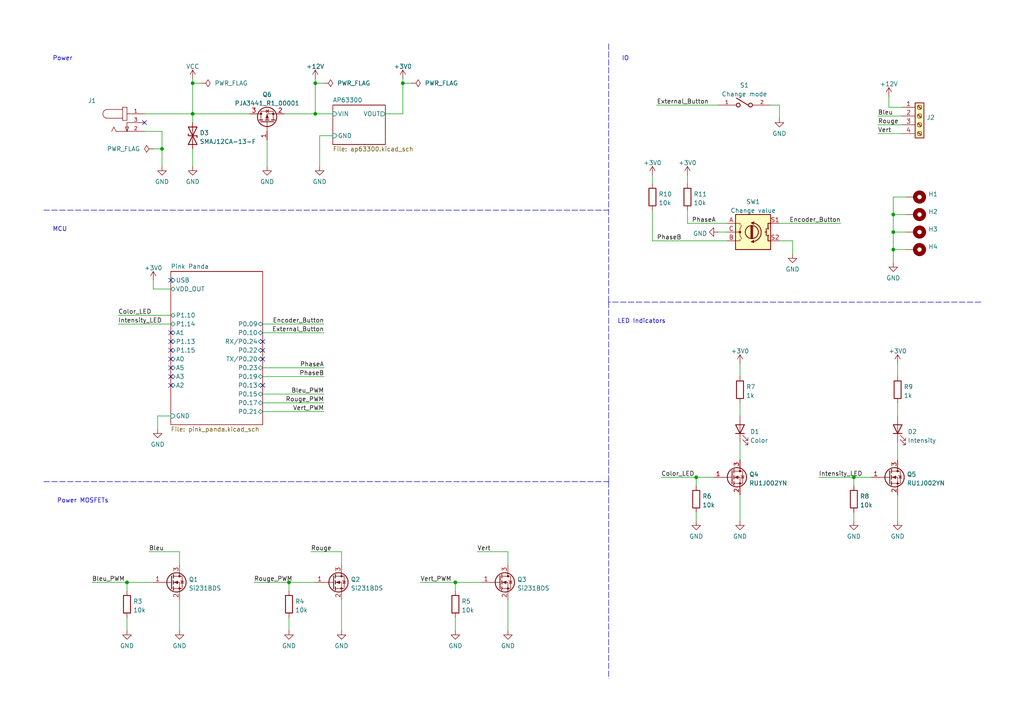
<source format=kicad_sch>
(kicad_sch (version 20211123) (generator eeschema)
  (paper "A4")
  (lib_symbols
    (symbol "B3FS-1010P_1" (pin_names (offset 1.016) hide)
      (property "Reference" "S" (at -2.54 5.08 0))
      (property "Value" "B3FS-1010P_1" (at -5.08 -5.08 0))
      (symbol "B3FS-1010P_1_0_0"
        (circle (center -1.778 0) (radius 0.5588) (stroke (width 0.254)))
        (polyline (pts (xy 1.016 0) (xy -2.286 2.032)) (stroke (width 0.254)))
        (circle (center 1.778 0) (radius 0.5588) (stroke (width 0.254)))
        (pin passive line (at -7.62 0 0) (length 5.08) (name "~") (number "1"))
        (pin passive line (at 7.62 0 180) (length 5.08) (name "~") (number "2"))
      )
    )
    (symbol "Connector:Screw_Terminal_01x04" (pin_names (offset 1.016) hide)
      (property "Reference" "J" (at 0 5.08 0))
      (property "Value" "Screw_Terminal_01x04" (at 0 -7.62 0))
      (symbol "Screw_Terminal_01x04_1_1"
        (rectangle (start -1.27 3.81) (end 1.27 -6.35) (stroke (width 0.254)) (fill (type background)))
        (circle (center 0 -5.08) (radius 0.635) (stroke (width 0.1524)))
        (circle (center 0 -2.54) (radius 0.635) (stroke (width 0.1524)))
        (polyline (pts (xy -0.5334 -4.7498) (xy 0.3302 -5.588)) (stroke (width 0.1524)))
        (polyline (pts (xy -0.5334 -2.2098) (xy 0.3302 -3.048)) (stroke (width 0.1524)))
        (polyline (pts (xy -0.5334 0.3302) (xy 0.3302 -0.508)) (stroke (width 0.1524)))
        (polyline (pts (xy -0.5334 2.8702) (xy 0.3302 2.032)) (stroke (width 0.1524)))
        (polyline (pts (xy -0.3556 -4.572) (xy 0.508 -5.4102)) (stroke (width 0.1524)))
        (polyline (pts (xy -0.3556 -2.032) (xy 0.508 -2.8702)) (stroke (width 0.1524)))
        (polyline (pts (xy -0.3556 0.508) (xy 0.508 -0.3302)) (stroke (width 0.1524)))
        (polyline (pts (xy -0.3556 3.048) (xy 0.508 2.2098)) (stroke (width 0.1524)))
        (circle (center 0 0) (radius 0.635) (stroke (width 0.1524)))
        (circle (center 0 2.54) (radius 0.635) (stroke (width 0.1524)))
        (pin passive line (at -5.08 2.54 0) (length 3.81) (name "Pin_1") (number "1"))
        (pin passive line (at -5.08 0 0) (length 3.81) (name "Pin_2") (number "2"))
        (pin passive line (at -5.08 -2.54 0) (length 3.81) (name "Pin_3") (number "3"))
        (pin passive line (at -5.08 -5.08 0) (length 3.81) (name "Pin_4") (number "4"))
      )
    )
    (symbol "Device:D_TVS" (pin_numbers hide) (pin_names (offset 1.016) hide)
      (property "Reference" "D" (at 0 2.54 0))
      (property "Value" "D_TVS" (at 0 -2.54 0))
      (symbol "D_TVS_0_1"
        (polyline (pts (xy 1.27 0) (xy -1.27 0)))
        (polyline (pts (xy 0.508 1.27) (xy 0 1.27) (xy 0 -1.27) (xy -0.508 -1.27)) (stroke (width 0.254)))
        (polyline (pts (xy -2.54 1.27) (xy -2.54 -1.27) (xy 2.54 1.27) (xy 2.54 -1.27) (xy -2.54 1.27)) (stroke (width 0.254)))
      )
      (symbol "D_TVS_1_1"
        (pin passive line (at -3.81 0 0) (length 2.54) (name "A1") (number "1"))
        (pin passive line (at 3.81 0 180) (length 2.54) (name "A2") (number "2"))
      )
    )
    (symbol "Device:LED" (pin_numbers hide) (pin_names (offset 1.016) hide)
      (property "Reference" "D" (at 0 2.54 0))
      (property "Value" "LED" (at 0 -2.54 0))
      (symbol "LED_0_1"
        (polyline (pts (xy -1.27 -1.27) (xy -1.27 1.27)) (stroke (width 0.254)))
        (polyline (pts (xy -1.27 0) (xy 1.27 0)))
        (polyline (pts (xy 1.27 -1.27) (xy 1.27 1.27) (xy -1.27 0) (xy 1.27 -1.27)) (stroke (width 0.254)))
        (polyline (pts (xy -3.048 -0.762) (xy -4.572 -2.286) (xy -3.81 -2.286) (xy -4.572 -2.286) (xy -4.572 -1.524)))
        (polyline (pts (xy -1.778 -0.762) (xy -3.302 -2.286) (xy -2.54 -2.286) (xy -3.302 -2.286) (xy -3.302 -1.524)))
      )
      (symbol "LED_1_1"
        (pin passive line (at -3.81 0 0) (length 2.54) (name "K") (number "1"))
        (pin passive line (at 3.81 0 180) (length 2.54) (name "A") (number "2"))
      )
    )
    (symbol "Device:Q_NMOS_GSD" (pin_names (offset 0) hide)
      (property "Reference" "Q" (at 5.08 1.27 0))
      (property "Value" "Q_NMOS_GSD" (at 5.08 -1.27 0))
      (symbol "Q_NMOS_GSD_0_1"
        (polyline (pts (xy 0.254 0) (xy -2.54 0)))
        (polyline (pts (xy 0.254 1.905) (xy 0.254 -1.905)) (stroke (width 0.254)))
        (polyline (pts (xy 0.762 -1.27) (xy 0.762 -2.286)) (stroke (width 0.254)))
        (polyline (pts (xy 0.762 0.508) (xy 0.762 -0.508)) (stroke (width 0.254)))
        (polyline (pts (xy 0.762 2.286) (xy 0.762 1.27)) (stroke (width 0.254)))
        (polyline (pts (xy 2.54 2.54) (xy 2.54 1.778)))
        (polyline (pts (xy 2.54 -2.54) (xy 2.54 0) (xy 0.762 0)))
        (polyline (pts (xy 0.762 -1.778) (xy 3.302 -1.778) (xy 3.302 1.778) (xy 0.762 1.778)))
        (polyline (pts (xy 1.016 0) (xy 2.032 0.381) (xy 2.032 -0.381) (xy 1.016 0)) (fill (type outline)))
        (polyline (pts (xy 2.794 0.508) (xy 2.921 0.381) (xy 3.683 0.381) (xy 3.81 0.254)))
        (polyline (pts (xy 3.302 0.381) (xy 2.921 -0.254) (xy 3.683 -0.254) (xy 3.302 0.381)))
        (circle (center 1.651 0) (radius 2.794) (stroke (width 0.254)))
        (circle (center 2.54 -1.778) (radius 0.254) (fill (type outline)))
        (circle (center 2.54 1.778) (radius 0.254) (fill (type outline)))
      )
      (symbol "Q_NMOS_GSD_1_1"
        (pin input line (at -5.08 0 0) (length 2.54) (name "G") (number "1"))
        (pin passive line (at 2.54 -5.08 90) (length 2.54) (name "S") (number "2"))
        (pin passive line (at 2.54 5.08 270) (length 2.54) (name "D") (number "3"))
      )
    )
    (symbol "Device:Q_PMOS_GSD" (pin_names (offset 0) hide)
      (property "Reference" "Q" (at 5.08 1.27 0))
      (property "Value" "Q_PMOS_GSD" (at 5.08 -1.27 0))
      (symbol "Q_PMOS_GSD_0_1"
        (polyline (pts (xy 0.254 0) (xy -2.54 0)))
        (polyline (pts (xy 0.254 1.905) (xy 0.254 -1.905)) (stroke (width 0.254)))
        (polyline (pts (xy 0.762 -1.27) (xy 0.762 -2.286)) (stroke (width 0.254)))
        (polyline (pts (xy 0.762 0.508) (xy 0.762 -0.508)) (stroke (width 0.254)))
        (polyline (pts (xy 0.762 2.286) (xy 0.762 1.27)) (stroke (width 0.254)))
        (polyline (pts (xy 2.54 2.54) (xy 2.54 1.778)))
        (polyline (pts (xy 2.54 -2.54) (xy 2.54 0) (xy 0.762 0)))
        (polyline (pts (xy 0.762 1.778) (xy 3.302 1.778) (xy 3.302 -1.778) (xy 0.762 -1.778)))
        (polyline (pts (xy 2.286 0) (xy 1.27 0.381) (xy 1.27 -0.381) (xy 2.286 0)) (fill (type outline)))
        (polyline (pts (xy 2.794 -0.508) (xy 2.921 -0.381) (xy 3.683 -0.381) (xy 3.81 -0.254)))
        (polyline (pts (xy 3.302 -0.381) (xy 2.921 0.254) (xy 3.683 0.254) (xy 3.302 -0.381)))
        (circle (center 1.651 0) (radius 2.794) (stroke (width 0.254)))
        (circle (center 2.54 -1.778) (radius 0.254) (fill (type outline)))
        (circle (center 2.54 1.778) (radius 0.254) (fill (type outline)))
      )
      (symbol "Q_PMOS_GSD_1_1"
        (pin input line (at -5.08 0 0) (length 2.54) (name "G") (number "1"))
        (pin passive line (at 2.54 -5.08 90) (length 2.54) (name "S") (number "2"))
        (pin passive line (at 2.54 5.08 270) (length 2.54) (name "D") (number "3"))
      )
    )
    (symbol "Device:R" (pin_numbers hide) (pin_names (offset 0))
      (property "Reference" "R" (at 2.032 0 90))
      (property "Value" "R" (at 0 0 90))
      (symbol "R_0_1"
        (rectangle (start -1.016 -2.54) (end 1.016 2.54) (stroke (width 0.254)))
      )
      (symbol "R_1_1"
        (pin passive line (at 0 3.81 270) (length 1.27) (name "~") (number "1"))
        (pin passive line (at 0 -3.81 90) (length 1.27) (name "~") (number "2"))
      )
    )
    (symbol "Device:RotaryEncoder_Switch" (pin_names (offset 0.254) hide)
      (property "Reference" "SW" (at 0 6.604 0))
      (property "Value" "RotaryEncoder_Switch" (at 0 -6.604 0))
      (symbol "RotaryEncoder_Switch_0_1"
        (rectangle (start -5.08 5.08) (end 5.08 -5.08) (stroke (width 0.254)) (fill (type background)))
        (circle (center -3.81 0) (radius 0.254) (fill (type outline)))
        (arc (start -0.381 -2.794) (mid 2.3622 -0.0508) (end -0.381 2.667) (stroke (width 0.254)))
        (circle (center -0.381 0) (radius 1.905) (stroke (width 0.254)))
        (polyline (pts (xy -0.635 -1.778) (xy -0.635 1.778)) (stroke (width 0.254)))
        (polyline (pts (xy -0.381 -1.778) (xy -0.381 1.778)) (stroke (width 0.254)))
        (polyline (pts (xy -0.127 1.778) (xy -0.127 -1.778)) (stroke (width 0.254)))
        (polyline (pts (xy 3.81 0) (xy 3.429 0)) (stroke (width 0.254)))
        (polyline (pts (xy 3.81 1.016) (xy 3.81 -1.016)) (stroke (width 0.254)))
        (polyline (pts (xy -5.08 -2.54) (xy -3.81 -2.54) (xy -3.81 -2.032)))
        (polyline (pts (xy -5.08 2.54) (xy -3.81 2.54) (xy -3.81 2.032)))
        (polyline (pts (xy 0.254 -3.048) (xy -0.508 -2.794) (xy 0.127 -2.413)) (stroke (width 0.254)))
        (polyline (pts (xy 0.254 2.921) (xy -0.508 2.667) (xy 0.127 2.286)) (stroke (width 0.254)))
        (polyline (pts (xy 5.08 -2.54) (xy 4.318 -2.54) (xy 4.318 -1.016)) (stroke (width 0.254)))
        (polyline (pts (xy 5.08 2.54) (xy 4.318 2.54) (xy 4.318 1.016)) (stroke (width 0.254)))
        (polyline (pts (xy -5.08 0) (xy -3.81 0) (xy -3.81 -1.016) (xy -3.302 -2.032)))
        (polyline (pts (xy -4.318 0) (xy -3.81 0) (xy -3.81 1.016) (xy -3.302 2.032)))
        (circle (center 4.318 -1.016) (radius 0.127) (stroke (width 0.254)))
        (circle (center 4.318 1.016) (radius 0.127) (stroke (width 0.254)))
      )
      (symbol "RotaryEncoder_Switch_1_1"
        (pin passive line (at -7.62 2.54 0) (length 2.54) (name "A") (number "A"))
        (pin passive line (at -7.62 -2.54 0) (length 2.54) (name "B") (number "B"))
        (pin passive line (at -7.62 0 0) (length 2.54) (name "C") (number "C"))
        (pin passive line (at 7.62 2.54 180) (length 2.54) (name "S1") (number "S1"))
        (pin passive line (at 7.62 -2.54 180) (length 2.54) (name "S2") (number "S2"))
      )
    )
    (symbol "Mechanical:MountingHole_Pad" (pin_numbers hide) (pin_names (offset 1.016) hide)
      (property "Reference" "H" (at 0 6.35 0))
      (property "Value" "MountingHole_Pad" (at 0 4.445 0))
      (symbol "MountingHole_Pad_0_1"
        (circle (center 0 1.27) (radius 1.27) (stroke (width 1.27)))
      )
      (symbol "MountingHole_Pad_1_1"
        (pin input line (at 0 -2.54 90) (length 2.54) (name "1") (number "1"))
      )
    )
    (symbol "PJ-036AH-SMT-TR:PJ-036AH-SMT-TR" (pin_names (offset 1.016) hide)
      (property "Reference" "J" (at -7.62 5.08 0))
      (property "Value" "PJ-036AH-SMT-TR" (at -7.62 -5.08 0))
      (symbol "PJ-036AH-SMT-TR_0_0"
        (arc (start -5.715 3.81) (mid -6.985 2.54) (end -5.715 1.27) (stroke (width 0.1524)))
        (polyline (pts (xy -5.715 3.81) (xy -1.27 3.81)) (stroke (width 0.1524)))
        (polyline (pts (xy -3.81 -1.27) (xy -4.445 -2.54)) (stroke (width 0.1524)))
        (polyline (pts (xy -3.175 -2.54) (xy -3.81 -1.27)) (stroke (width 0.1524)))
        (polyline (pts (xy -1.27 0.635) (xy 0 0.635)) (stroke (width 0.1524)))
        (polyline (pts (xy -1.27 1.27) (xy -5.715 1.27)) (stroke (width 0.1524)))
        (polyline (pts (xy -1.27 1.27) (xy -1.27 0.635)) (stroke (width 0.1524)))
        (polyline (pts (xy -1.27 3.81) (xy -1.27 1.27)) (stroke (width 0.1524)))
        (polyline (pts (xy -1.27 4.445) (xy -1.27 3.81)) (stroke (width 0.1524)))
        (polyline (pts (xy 0 -2.54) (xy -3.175 -2.54)) (stroke (width 0.1524)))
        (polyline (pts (xy 0 0) (xy 0 -2.54)) (stroke (width 0.1524)))
        (polyline (pts (xy 0 0.635) (xy 0 4.445)) (stroke (width 0.1524)))
        (polyline (pts (xy 0 4.445) (xy -1.27 4.445)) (stroke (width 0.1524)))
        (polyline (pts (xy 0 -2.54) (xy -0.508 -1.27) (xy 0.508 -1.27) (xy 0 -2.54)) (stroke (width 0.1524)) (fill (type background)))
        (pin passive line (at 5.08 2.54 180) (length 5.08) (name "~") (number "1"))
        (pin passive line (at 5.08 -2.54 180) (length 5.08) (name "~") (number "2"))
        (pin passive line (at 5.08 0 180) (length 5.08) (name "~") (number "3"))
      )
    )
    (symbol "power:+12V" (power) (pin_names (offset 0))
      (property "Value" "+12V" (at 0 3.556 0))
      (symbol "+12V_0_1"
        (polyline (pts (xy -0.762 1.27) (xy 0 2.54)))
        (polyline (pts (xy 0 0) (xy 0 2.54)))
        (polyline (pts (xy 0 2.54) (xy 0.762 1.27)))
      )
      (symbol "+12V_1_1"
        (pin power_in line (at 0 0 90) (length 0) hide (name "+12V") (number "1"))
      )
    )
    (symbol "power:+3V0" (power) (pin_names (offset 0))
      (property "Value" "+3V0" (at 0 3.556 0))
      (symbol "+3V0_0_1"
        (polyline (pts (xy -0.762 1.27) (xy 0 2.54)))
        (polyline (pts (xy 0 0) (xy 0 2.54)))
        (polyline (pts (xy 0 2.54) (xy 0.762 1.27)))
      )
      (symbol "+3V0_1_1"
        (pin power_in line (at 0 0 90) (length 0) hide (name "+3V0") (number "1"))
      )
    )
    (symbol "power:GND" (power) (pin_names (offset 0))
      (property "Value" "GND" (at 0 -3.81 0))
      (symbol "GND_0_1"
        (polyline (pts (xy 0 0) (xy 0 -1.27) (xy 1.27 -1.27) (xy 0 -2.54) (xy -1.27 -1.27) (xy 0 -1.27)))
      )
      (symbol "GND_1_1"
        (pin power_in line (at 0 0 270) (length 0) hide (name "GND") (number "1"))
      )
    )
    (symbol "power:PWR_FLAG" (power) (pin_numbers hide) (pin_names (offset 0) hide)
      (property "Value" "PWR_FLAG" (at 0 3.81 0))
      (symbol "PWR_FLAG_0_0"
        (pin power_out line (at 0 0 90) (length 0) (name "pwr") (number "1"))
      )
      (symbol "PWR_FLAG_0_1"
        (polyline (pts (xy 0 0) (xy 0 1.27) (xy -1.016 1.905) (xy 0 2.54) (xy 1.016 1.905) (xy 0 1.27)))
      )
    )
    (symbol "power:VCC" (power) (pin_names (offset 0))
      (property "Value" "VCC" (at 0 3.81 0))
      (symbol "VCC_0_1"
        (polyline (pts (xy -0.762 1.27) (xy 0 2.54)))
        (polyline (pts (xy 0 0) (xy 0 2.54)))
        (polyline (pts (xy 0 2.54) (xy 0.762 1.27)))
      )
      (symbol "VCC_1_1"
        (pin power_in line (at 0 0 90) (length 0) hide (name "VCC") (number "1"))
      )
    )
  )
  (junction (at 132.08 168.91))
  (junction (at 83.82 168.91))
  (junction (at 201.93 138.43))
  (junction (at 91.44 33.02))
  (junction (at 55.88 33.02))
  (junction (at 36.83 168.91))
  (junction (at 259.08 67.31))
  (junction (at 91.44 24.13))
  (junction (at 116.84 24.13))
  (junction (at 259.08 72.39))
  (junction (at 259.08 62.23))
  (junction (at 247.65 138.43))
  (junction (at 46.99 43.18))
  (junction (at 55.88 24.13))
  (no_connect (at 49.53 99.06))
  (no_connect (at 49.53 96.52))
  (no_connect (at 49.53 109.22))
  (no_connect (at 76.2 111.76))
  (no_connect (at 49.53 104.14))
  (no_connect (at 41.91 35.56))
  (no_connect (at 49.53 101.6))
  (no_connect (at 49.53 106.68))
  (no_connect (at 76.2 101.6))
  (no_connect (at 76.2 99.06))
  (no_connect (at 49.53 111.76))
  (no_connect (at 49.53 81.28))
  (no_connect (at 76.2 104.14))
  (wire (pts (xy 73.66 168.91) (xy 83.82 168.91)))
  (wire (pts (xy 91.44 24.13) (xy 93.98 24.13)))
  (wire (pts (xy 76.2 109.22) (xy 93.98 109.22)))
  (wire (pts (xy 76.2 96.52) (xy 93.98 96.52)))
  (wire (pts (xy 116.84 24.13) (xy 116.84 33.02)))
  (wire (pts (xy 208.28 67.31) (xy 210.82 67.31)))
  (wire (pts (xy 259.08 57.15) (xy 259.08 62.23)))
  (wire (pts (xy 55.88 24.13) (xy 55.88 33.02)))
  (wire (pts (xy 247.65 140.97) (xy 247.65 138.43)))
  (wire (pts (xy 34.29 91.44) (xy 49.53 91.44)))
  (wire (pts (xy 76.2 114.3) (xy 93.98 114.3)))
  (wire (pts (xy 147.32 173.99) (xy 147.32 182.88)))
  (wire (pts (xy 34.29 93.98) (xy 49.53 93.98)))
  (wire (pts (xy 90.17 160.02) (xy 99.06 160.02)))
  (wire (pts (xy 46.99 38.1) (xy 46.99 43.18)))
  (wire (pts (xy 259.08 67.31) (xy 259.08 72.39)))
  (wire (pts (xy 55.88 22.86) (xy 55.88 24.13)))
  (polyline (pts (xy 12.7 60.96) (xy 176.53 60.96)))
  (wire (pts (xy 41.91 33.02) (xy 55.88 33.02)))
  (wire (pts (xy 262.89 67.31) (xy 259.08 67.31)))
  (wire (pts (xy 83.82 168.91) (xy 91.44 168.91)))
  (wire (pts (xy 132.08 168.91) (xy 139.7 168.91)))
  (polyline (pts (xy 176.53 12.7) (xy 176.53 87.63)))
  (wire (pts (xy 76.2 116.84) (xy 93.98 116.84)))
  (wire (pts (xy 83.82 168.91) (xy 83.82 171.45)))
  (wire (pts (xy 36.83 168.91) (xy 44.45 168.91)))
  (wire (pts (xy 36.83 179.07) (xy 36.83 182.88)))
  (wire (pts (xy 201.93 140.97) (xy 201.93 138.43)))
  (wire (pts (xy 45.72 124.46) (xy 45.72 120.65)))
  (polyline (pts (xy 176.53 139.7) (xy 176.53 196.85)))
  (polyline (pts (xy 176.53 87.63) (xy 176.53 139.7)))
  (wire (pts (xy 55.88 43.18) (xy 55.88 48.26)))
  (wire (pts (xy 247.65 138.43) (xy 252.73 138.43)))
  (wire (pts (xy 121.92 168.91) (xy 132.08 168.91)))
  (wire (pts (xy 223.52 30.48) (xy 226.06 30.48)))
  (wire (pts (xy 199.39 50.8) (xy 199.39 53.34)))
  (wire (pts (xy 254.635 38.735) (xy 261.62 38.735)))
  (wire (pts (xy 199.39 64.77) (xy 210.82 64.77)))
  (wire (pts (xy 52.07 160.02) (xy 52.07 163.83)))
  (wire (pts (xy 257.81 27.94) (xy 257.81 31.115)))
  (wire (pts (xy 260.35 116.84) (xy 260.35 120.65)))
  (wire (pts (xy 214.63 143.51) (xy 214.63 151.13)))
  (wire (pts (xy 45.72 120.65) (xy 49.53 120.65)))
  (wire (pts (xy 44.45 43.18) (xy 46.99 43.18)))
  (wire (pts (xy 189.23 60.96) (xy 189.23 69.85)))
  (wire (pts (xy 247.65 148.59) (xy 247.65 151.13)))
  (wire (pts (xy 260.35 128.27) (xy 260.35 133.35)))
  (wire (pts (xy 132.08 168.91) (xy 132.08 171.45)))
  (wire (pts (xy 214.63 133.35) (xy 214.63 128.27)))
  (wire (pts (xy 262.89 57.15) (xy 259.08 57.15)))
  (wire (pts (xy 260.35 105.41) (xy 260.35 109.22)))
  (wire (pts (xy 254.635 36.195) (xy 261.62 36.195)))
  (wire (pts (xy 91.44 22.86) (xy 91.44 24.13)))
  (wire (pts (xy 55.88 24.13) (xy 58.42 24.13)))
  (wire (pts (xy 99.06 160.02) (xy 99.06 163.83)))
  (wire (pts (xy 55.88 33.02) (xy 72.39 33.02)))
  (wire (pts (xy 76.2 93.98) (xy 93.98 93.98)))
  (wire (pts (xy 44.45 83.82) (xy 49.53 83.82)))
  (wire (pts (xy 260.35 143.51) (xy 260.35 151.13)))
  (wire (pts (xy 189.23 50.8) (xy 189.23 53.34)))
  (wire (pts (xy 26.67 168.91) (xy 36.83 168.91)))
  (wire (pts (xy 132.08 179.07) (xy 132.08 182.88)))
  (wire (pts (xy 226.06 64.77) (xy 243.84 64.77)))
  (polyline (pts (xy 12.7 139.7) (xy 176.53 139.7)))
  (wire (pts (xy 226.06 69.85) (xy 229.87 69.85)))
  (wire (pts (xy 99.06 173.99) (xy 99.06 182.88)))
  (wire (pts (xy 116.84 24.13) (xy 119.38 24.13)))
  (wire (pts (xy 226.06 30.48) (xy 226.06 34.29)))
  (polyline (pts (xy 284.48 87.63) (xy 176.53 87.63)))
  (wire (pts (xy 237.49 138.43) (xy 247.65 138.43)))
  (wire (pts (xy 138.43 160.02) (xy 147.32 160.02)))
  (wire (pts (xy 46.99 43.18) (xy 46.99 48.26)))
  (wire (pts (xy 191.77 138.43) (xy 201.93 138.43)))
  (wire (pts (xy 116.84 22.86) (xy 116.84 24.13)))
  (wire (pts (xy 189.23 69.85) (xy 210.82 69.85)))
  (wire (pts (xy 55.88 33.02) (xy 55.88 35.56)))
  (wire (pts (xy 147.32 160.02) (xy 147.32 163.83)))
  (wire (pts (xy 214.63 105.41) (xy 214.63 109.22)))
  (wire (pts (xy 259.08 72.39) (xy 259.08 76.2)))
  (wire (pts (xy 259.08 62.23) (xy 259.08 67.31)))
  (wire (pts (xy 229.87 69.85) (xy 229.87 73.66)))
  (wire (pts (xy 83.82 179.07) (xy 83.82 182.88)))
  (wire (pts (xy 262.89 62.23) (xy 259.08 62.23)))
  (wire (pts (xy 96.52 39.37) (xy 92.71 39.37)))
  (wire (pts (xy 77.47 40.64) (xy 77.47 48.26)))
  (wire (pts (xy 91.44 33.02) (xy 96.52 33.02)))
  (wire (pts (xy 199.39 60.96) (xy 199.39 64.77)))
  (wire (pts (xy 257.81 31.115) (xy 261.62 31.115)))
  (wire (pts (xy 76.2 119.38) (xy 93.98 119.38)))
  (wire (pts (xy 262.89 72.39) (xy 259.08 72.39)))
  (wire (pts (xy 111.76 33.02) (xy 116.84 33.02)))
  (wire (pts (xy 52.07 173.99) (xy 52.07 182.88)))
  (wire (pts (xy 214.63 116.84) (xy 214.63 120.65)))
  (wire (pts (xy 201.93 138.43) (xy 207.01 138.43)))
  (wire (pts (xy 43.18 160.02) (xy 52.07 160.02)))
  (wire (pts (xy 41.91 38.1) (xy 46.99 38.1)))
  (wire (pts (xy 76.2 106.68) (xy 93.98 106.68)))
  (wire (pts (xy 92.71 39.37) (xy 92.71 48.26)))
  (wire (pts (xy 44.45 81.28) (xy 44.45 83.82)))
  (wire (pts (xy 208.28 30.48) (xy 190.5 30.48)))
  (wire (pts (xy 36.83 168.91) (xy 36.83 171.45)))
  (wire (pts (xy 82.55 33.02) (xy 91.44 33.02)))
  (wire (pts (xy 254.635 33.655) (xy 261.62 33.655)))
  (wire (pts (xy 201.93 148.59) (xy 201.93 151.13)))
  (wire (pts (xy 91.44 24.13) (xy 91.44 33.02)))
  (text "Power" (at 15.24 17.78 0) (effects (font (size 1.27 1.27)) (justify left bottom)))
  (text "Power MOSFETs" (at 16.51 146.05 0) (effects (font (size 1.27 1.27)) (justify left bottom)))
  (text "MCU" (at 15.24 67.31 0) (effects (font (size 1.27 1.27)) (justify left bottom)))
  (text "LED Indicators" (at 179.07 93.98 0) (effects (font (size 1.27 1.27)) (justify left bottom)))
  (text "IO" (at 180.34 17.78 0) (effects (font (size 1.27 1.27)) (justify left bottom)))
  (label "Intensity_LED" (at 34.29 93.98 0))
  (label "Rouge_PWM" (at 73.66 168.91 0))
  (label "Bleu" (at 254.635 33.655 0))
  (label "Color_LED" (at 34.29 91.44 0))
  (label "Vert" (at 254.635 38.735 0))
  (label "Rouge_PWM" (at 93.98 116.84 180))
  (label "Color_LED" (at 191.77 138.43 0))
  (label "Bleu_PWM" (at 93.98 114.3 180))
  (label "Encoder_Button" (at 243.84 64.77 180))
  (label "Encoder_Button" (at 93.98 93.98 180))
  (label "Rouge" (at 90.17 160.02 0))
  (label "Vert" (at 138.43 160.02 0))
  (label "Bleu" (at 43.18 160.02 0))
  (label "External_Button" (at 93.98 96.52 180))
  (label "Vert_PWM" (at 121.92 168.91 0))
  (label "Rouge" (at 254.635 36.195 0))
  (label "External_Button" (at 190.5 30.48 0))
  (label "PhaseA" (at 93.98 106.68 180))
  (label "PhaseA" (at 200.66 64.77 0))
  (label "Vert_PWM" (at 93.98 119.38 180))
  (label "Bleu_PWM" (at 26.67 168.91 0))
  (label "PhaseB" (at 93.98 109.22 180))
  (label "PhaseB" (at 190.5 69.85 0))
  (label "Intensity_LED" (at 237.49 138.43 0))
  (symbol (lib_id "Device:Q_NMOS_GSD") (at 257.81 138.43 0) (unit 1)
    (property "Reference" "Q5" (at 263.017 137.5953 0) (effects (justify left)))
    (property "Value" "RU1J002YN" (at 263.017 140.1322 0) (effects (justify left)))
    (property "Footprint" "Package_TO_SOT_SMD:SOT-323_SC-70" (effects hide))
  )
  (symbol (lib_id "Device:RotaryEncoder_Switch") (at 218.44 67.31 0) (unit 1)
    (property "Reference" "SW1" (at 218.44 58.5302 0))
    (property "Value" "Change value" (at 218.44 61.0671 0))
    (property "Footprint" "PEC11S-9213K-S0015:PEC11S-9213K-S0015" (effects hide))
  )
  (symbol (lib_id "power:GND") (at 99.06 182.88 0) (unit 1)
    (property "Reference" "#PWR0116" (effects hide))
    (property "Value" "GND" (at 99.06 187.3234 0))
  )
  (symbol (lib_id "Device:D_TVS") (at 55.88 39.37 90) (unit 1)
    (property "Reference" "D3" (at 57.912 38.5353 90) (effects (justify right)))
    (property "Value" "SMAJ12CA-13-F" (at 57.912 41.0722 90) (effects (justify right)))
    (property "Footprint" "Diode_SMD:D_SMA" (effects hide))
  )
  (symbol (lib_id "power:+3V0") (at 260.35 105.41 0) (unit 1)
    (property "Reference" "#PWR0125" (effects hide))
    (property "Value" "+3V0" (at 260.35 101.8342 0))
  )
  (symbol (lib_id "Device:Q_NMOS_GSD") (at 49.53 168.91 0) (unit 1)
    (property "Reference" "Q1" (at 54.737 168.0753 0) (effects (justify left)))
    (property "Value" "Si231BDS" (at 54.737 170.6122 0) (effects (justify left)))
    (property "Footprint" "Package_TO_SOT_SMD:SOT-23" (effects hide))
  )
  (symbol (lib_id "power:GND") (at 45.72 124.46 0) (unit 1)
    (property "Reference" "#PWR0126" (effects hide))
    (property "Value" "GND" (at 45.72 128.9034 0))
  )
  (symbol (lib_id "power:GND") (at 36.83 182.88 0) (unit 1)
    (property "Reference" "#PWR0118" (effects hide))
    (property "Value" "GND" (at 36.83 187.3234 0))
  )
  (symbol (lib_id "PJ-036AH-SMT-TR:PJ-036AH-SMT-TR") (at 36.83 35.56 0) (unit 1)
    (property "Reference" "J1" (at 26.67 29.21 0))
    (property "Value" "PJ-036AH-SMT-TR" (effects hide))
    (property "Footprint" "PJ-036AH-SMT-TR:CUI_PJ-036AH-SMT-TR" (effects hide))
    (property "MAXIMUM_PACKAGE_HEIGHT" "11.17mm" (effects hide))
    (property "MP" "PJ-036AH-SMT-TR" (effects hide))
    (property "DIGI-KEY_PART_NUMBER" "CP-036AHPJCT-ND" (effects hide))
    (property "MF" "CUI Inc." (effects hide))
    (property "PACKAGE" "None" (effects hide))
    (property "DESCRIPTION" "2.0 x 6.3 mm, 5.0 A, Horizontal, Surface Mount _SMT_, Dc Power Jack Connector" (effects hide))
    (property "DIGI-KEY_PURCHASE_URL" "https://www.digikey.in/product-detail/en/cui-inc/PJ-036AH-SMT-TR/CP-036AHPJCT-ND/1530994?utm_source=snapeda&utm_medium=aggregator&utm_campaign=symbol" (effects hide))
    (property "CUI_PURCHASE_URL" "https://www.cui.com/product/interconnect/connectors/dc-power-connectors/jacks/pj-036ah-smt-tr?utm_source=snapeda.com&utm_medium=referral&utm_campaign=snapedaBOM" (effects hide))
  )
  (symbol (lib_id "power:GND") (at 55.88 48.26 0) (unit 1)
    (property "Reference" "#PWR01" (effects hide))
    (property "Value" "GND" (at 55.88 52.7034 0))
  )
  (symbol (lib_id "Device:Q_PMOS_GSD") (at 77.47 35.56 90) (unit 1)
    (property "Reference" "Q6" (at 77.47 27.4152 90))
    (property "Value" "PJA3441_R1_00001" (at 77.47 29.9521 90))
    (property "Footprint" "Package_TO_SOT_SMD:SOT-23" (effects hide))
  )
  (symbol (lib_id "power:GND") (at 260.35 151.13 0) (unit 1)
    (property "Reference" "#PWR0110" (effects hide))
    (property "Value" "GND" (at 260.35 155.5734 0))
  )
  (symbol (lib_id "power:GND") (at 46.99 48.26 0) (unit 1)
    (property "Reference" "#PWR0106" (effects hide))
    (property "Value" "GND" (at 46.99 52.7034 0))
  )
  (symbol (lib_id "power:GND") (at 201.93 151.13 0) (unit 1)
    (property "Reference" "#PWR0108" (effects hide))
    (property "Value" "GND" (at 201.93 155.5734 0))
  )
  (symbol (lib_id "Device:R") (at 201.93 144.78 0) (unit 1)
    (property "Reference" "R6" (at 203.708 143.9453 0) (effects (justify left)))
    (property "Value" "10k" (at 203.708 146.4822 0) (effects (justify left)))
    (property "Footprint" "Resistor_SMD:R_0603_1608Metric" (effects hide))
  )
  (symbol (lib_id "power:GND") (at 229.87 73.66 0) (unit 1)
    (property "Reference" "#PWR0123" (effects hide))
    (property "Value" "GND" (at 229.87 78.1034 0))
  )
  (symbol (lib_id "Device:R") (at 199.39 57.15 0) (unit 1)
    (property "Reference" "R11" (at 201.168 56.3153 0) (effects (justify left)))
    (property "Value" "10k" (at 201.168 58.8522 0) (effects (justify left)))
    (property "Footprint" "Resistor_SMD:R_0603_1608Metric" (effects hide))
  )
  (symbol (lib_id "Device:R") (at 132.08 175.26 0) (unit 1)
    (property "Reference" "R5" (at 133.858 174.4253 0) (effects (justify left)))
    (property "Value" "10k" (at 133.858 176.9622 0) (effects (justify left)))
    (property "Footprint" "Resistor_SMD:R_0603_1608Metric" (effects hide))
  )
  (symbol (lib_id "power:PWR_FLAG") (at 93.98 24.13 270) (mirror x) (unit 1)
    (property "Reference" "#FLG0102" (effects hide))
    (property "Value" "PWR_FLAG" (at 97.79 24.13 90) (effects (justify left)))
  )
  (symbol (lib_id "power:PWR_FLAG") (at 58.42 24.13 270) (mirror x) (unit 1)
    (property "Reference" "#FLG0104" (effects hide))
    (property "Value" "PWR_FLAG" (at 62.23 24.13 90) (effects (justify left)))
  )
  (symbol (lib_id "power:GND") (at 77.47 48.26 0) (unit 1)
    (property "Reference" "#PWR02" (effects hide))
    (property "Value" "GND" (at 77.47 52.7034 0))
  )
  (symbol (lib_id "power:PWR_FLAG") (at 119.38 24.13 270) (unit 1)
    (property "Reference" "#FLG0103" (effects hide))
    (property "Value" "PWR_FLAG" (at 123.19 24.13 90) (effects (justify left)))
  )
  (symbol (lib_id "power:GND") (at 83.82 182.88 0) (unit 1)
    (property "Reference" "#PWR0115" (effects hide))
    (property "Value" "GND" (at 83.82 187.3234 0))
  )
  (symbol (lib_id "power:+3V0") (at 189.23 50.8 0) (unit 1)
    (property "Reference" "#PWR0104" (effects hide))
    (property "Value" "+3V0" (at 189.23 47.2242 0))
  )
  (symbol (lib_id "Device:R") (at 83.82 175.26 0) (unit 1)
    (property "Reference" "R4" (at 85.598 174.4253 0) (effects (justify left)))
    (property "Value" "10k" (at 85.598 176.9622 0) (effects (justify left)))
    (property "Footprint" "Resistor_SMD:R_0603_1608Metric" (effects hide))
  )
  (symbol (lib_id "Mechanical:MountingHole_Pad") (at 265.43 62.23 270) (unit 1)
    (property "Reference" "H2" (at 269.24 61.3953 90) (effects (justify left)))
    (property "Value" "MountingHole_Pad" (effects hide))
    (property "Footprint" "MountingHole:MountingHole_2.7mm_M2.5_ISO7380_Pad" (effects hide))
  )
  (symbol (lib_id "power:+12V") (at 91.44 22.86 0) (unit 1)
    (property "Reference" "#PWR0107" (effects hide))
    (property "Value" "+12V" (at 91.44 19.2842 0))
  )
  (symbol (lib_id "power:+3V0") (at 199.39 50.8 0) (unit 1)
    (property "Reference" "#PWR0105" (effects hide))
    (property "Value" "+3V0" (at 199.39 47.2242 0))
  )
  (symbol (lib_id "power:+3V0") (at 116.84 22.86 0) (unit 1)
    (property "Reference" "#PWR0111" (effects hide))
    (property "Value" "+3V0" (at 116.84 19.2842 0))
  )
  (symbol (lib_id "power:GND") (at 132.08 182.88 0) (unit 1)
    (property "Reference" "#PWR0119" (effects hide))
    (property "Value" "GND" (at 132.08 187.3234 0))
  )
  (symbol (lib_id "power:VCC") (at 55.88 22.86 0) (unit 1)
    (property "Reference" "#PWR0102" (effects hide))
    (property "Value" "VCC" (at 55.88 19.2842 0))
  )
  (symbol (lib_id "power:GND") (at 208.28 67.31 270) (unit 1)
    (property "Reference" "#PWR0113" (effects hide))
    (property "Value" "GND" (at 205.1051 67.7438 90) (effects (justify right)))
  )
  (symbol (lib_id "power:GND") (at 259.08 76.2 0) (unit 1)
    (property "Reference" "#PWR0121" (effects hide))
    (property "Value" "GND" (at 259.08 80.6434 0))
  )
  (symbol (lib_id "Device:R") (at 247.65 144.78 0) (unit 1)
    (property "Reference" "R8" (at 249.428 143.9453 0) (effects (justify left)))
    (property "Value" "10k" (at 249.428 146.4822 0) (effects (justify left)))
    (property "Footprint" "Resistor_SMD:R_0603_1608Metric" (effects hide))
  )
  (symbol (lib_id "Device:LED") (at 260.35 124.46 90) (unit 1)
    (property "Reference" "D2" (at 263.271 125.2128 90) (effects (justify right)))
    (property "Value" "Intensity" (at 263.271 127.7497 90) (effects (justify right)))
    (property "Footprint" "LED_SMD:LED_0603_1608Metric" (effects hide))
  )
  (symbol (lib_id "Device:Q_NMOS_GSD") (at 96.52 168.91 0) (unit 1)
    (property "Reference" "Q2" (at 101.727 168.0753 0) (effects (justify left)))
    (property "Value" "Si231BDS" (at 101.727 170.6122 0) (effects (justify left)))
    (property "Footprint" "Package_TO_SOT_SMD:SOT-23" (effects hide))
  )
  (symbol (lib_id "power:GND") (at 247.65 151.13 0) (unit 1)
    (property "Reference" "#PWR0112" (effects hide))
    (property "Value" "GND" (at 247.65 155.5734 0))
  )
  (symbol (lib_id "Device:R") (at 189.23 57.15 0) (unit 1)
    (property "Reference" "R10" (at 191.008 56.3153 0) (effects (justify left)))
    (property "Value" "10k" (at 191.008 58.8522 0) (effects (justify left)))
    (property "Footprint" "Resistor_SMD:R_0603_1608Metric" (effects hide))
  )
  (symbol (lib_id "Mechanical:MountingHole_Pad") (at 265.43 57.15 270) (unit 1)
    (property "Reference" "H1" (at 269.24 56.3153 90) (effects (justify left)))
    (property "Value" "MountingHole_Pad" (effects hide))
    (property "Footprint" "MountingHole:MountingHole_2.7mm_M2.5_ISO7380_Pad" (effects hide))
  )
  (symbol (lib_id "Mechanical:MountingHole_Pad") (at 265.43 72.39 270) (unit 1)
    (property "Reference" "H4" (at 269.24 71.5553 90) (effects (justify left)))
    (property "Value" "MountingHole_Pad" (effects hide))
    (property "Footprint" "MountingHole:MountingHole_2.7mm_M2.5_ISO7380_Pad" (effects hide))
  )
  (symbol (lib_id "power:+3V0") (at 214.63 105.41 0) (unit 1)
    (property "Reference" "#PWR0124" (effects hide))
    (property "Value" "+3V0" (at 214.63 101.8342 0))
  )
  (symbol (lib_id "Device:R") (at 36.83 175.26 0) (unit 1)
    (property "Reference" "R3" (at 38.608 174.4253 0) (effects (justify left)))
    (property "Value" "10k" (at 38.608 176.9622 0) (effects (justify left)))
    (property "Footprint" "Resistor_SMD:R_0603_1608Metric" (effects hide))
  )
  (symbol (lib_id "Device:Q_NMOS_GSD") (at 212.09 138.43 0) (unit 1)
    (property "Reference" "Q4" (at 217.297 137.5953 0) (effects (justify left)))
    (property "Value" "RU1J002YN" (at 217.297 140.1322 0) (effects (justify left)))
    (property "Footprint" "Package_TO_SOT_SMD:SOT-323_SC-70" (effects hide))
  )
  (symbol (lib_name "B3FS-1010P_1") (lib_id "B3FS-1010P:B3FS-1010P") (at 215.9 30.48 0) (unit 1)
    (property "Reference" "S1" (at 215.9 24.7482 0))
    (property "Value" "Change mode" (at 215.9 27.2851 0))
    (property "Footprint" "B3FS-1010:SW_B3FS-1010P" (effects hide))
    (property "MAXIMUM_PACKAGE_HEIGHT" "4.3mm" (effects hide))
    (property "STANDARD" "Manufacturer Recommendations" (effects hide))
    (property "MANUFACTURER" "Omron" (effects hide))
  )
  (symbol (lib_id "power:GND") (at 214.63 151.13 0) (unit 1)
    (property "Reference" "#PWR0109" (effects hide))
    (property "Value" "GND" (at 214.63 155.5734 0))
  )
  (symbol (lib_id "power:+3V0") (at 44.45 81.28 0) (unit 1)
    (property "Reference" "#PWR0103" (effects hide))
    (property "Value" "+3V0" (at 44.45 77.7042 0))
  )
  (symbol (lib_id "Device:Q_NMOS_GSD") (at 144.78 168.91 0) (unit 1)
    (property "Reference" "Q3" (at 149.987 168.0753 0) (effects (justify left)))
    (property "Value" "Si231BDS" (at 149.987 170.6122 0) (effects (justify left)))
    (property "Footprint" "Package_TO_SOT_SMD:SOT-23" (effects hide))
  )
  (symbol (lib_id "power:GND") (at 226.06 34.29 0) (unit 1)
    (property "Reference" "#PWR0122" (effects hide))
    (property "Value" "GND" (at 226.06 38.7334 0))
  )
  (symbol (lib_id "Mechanical:MountingHole_Pad") (at 265.43 67.31 270) (unit 1)
    (property "Reference" "H3" (at 269.24 66.4753 90) (effects (justify left)))
    (property "Value" "MountingHole_Pad" (effects hide))
    (property "Footprint" "MountingHole:MountingHole_2.7mm_M2.5_ISO7380_Pad" (effects hide))
  )
  (symbol (lib_id "Connector:Screw_Terminal_01x04") (at 266.7 33.655 0) (unit 1)
    (property "Reference" "J2" (at 268.732 34.0903 0) (effects (justify left)))
    (property "Value" "Screw_Terminal_01x04" (effects hide))
    (property "Footprint" "TZ042101B000G:TZ042101B000G" (effects hide))
  )
  (symbol (lib_id "power:GND") (at 52.07 182.88 0) (unit 1)
    (property "Reference" "#PWR0117" (effects hide))
    (property "Value" "GND" (at 52.07 187.3234 0))
  )
  (symbol (lib_id "power:GND") (at 92.71 48.26 0) (unit 1)
    (property "Reference" "#PWR0101" (effects hide))
    (property "Value" "GND" (at 92.71 52.7034 0))
  )
  (symbol (lib_id "Device:LED") (at 214.63 124.46 90) (unit 1)
    (property "Reference" "D1" (at 217.551 125.2128 90) (effects (justify right)))
    (property "Value" "Color" (at 217.551 127.7497 90) (effects (justify right)))
    (property "Footprint" "LED_SMD:LED_0603_1608Metric" (effects hide))
  )
  (symbol (lib_id "Device:R") (at 214.63 113.03 0) (unit 1)
    (property "Reference" "R7" (at 216.408 112.1953 0) (effects (justify left)))
    (property "Value" "1k" (at 216.408 114.7322 0) (effects (justify left)))
    (property "Footprint" "Resistor_SMD:R_0603_1608Metric" (effects hide))
  )
  (symbol (lib_id "power:PWR_FLAG") (at 44.45 43.18 90) (unit 1)
    (property "Reference" "#FLG0101" (effects hide))
    (property "Value" "PWR_FLAG" (at 40.64 43.18 90) (effects (justify left)))
  )
  (symbol (lib_id "Device:R") (at 260.35 113.03 0) (unit 1)
    (property "Reference" "R9" (at 262.128 112.1953 0) (effects (justify left)))
    (property "Value" "1k" (at 262.128 114.7322 0) (effects (justify left)))
    (property "Footprint" "Resistor_SMD:R_0603_1608Metric" (effects hide))
  )
  (symbol (lib_id "power:GND") (at 147.32 182.88 0) (unit 1)
    (property "Reference" "#PWR0120" (effects hide))
    (property "Value" "GND" (at 147.32 187.3234 0))
  )
  (symbol (lib_id "power:+12V") (at 257.81 27.94 0) (unit 1)
    (property "Reference" "#PWR0114" (effects hide))
    (property "Value" "+12V" (at 257.81 24.3642 0))
  )
  (sheet (at 96.52 30.48) (size 15.24 11.43) (stroke (width 0.1524))
    (property "Sheet name" "AP63300" (at 96.52 29.7684 0) (effects (justify left bottom)))
    (property "Sheet file" "ap63300.kicad_sch" (at 96.52 42.4946 0) (effects (justify left top)))
    (pin "VIN" input (at 96.52 33.02 180))
    (pin "GND" input (at 96.52 39.37 180))
    (pin "VOUT" output (at 111.76 33.02 0))
  )
  (sheet (at 49.53 78.74) (size 26.67 44.45) (stroke (width 0.1524))
    (property "Sheet name" "Pink Panda" (at 49.53 78.0284 0) (effects (justify left bottom)))
    (property "Sheet file" "pink_panda.kicad_sch" (at 49.53 123.7746 0) (effects (justify left top)))
    (pin "P0.09" bidirectional (at 76.2 93.98 0))
    (pin "P0.10" bidirectional (at 76.2 96.52 0))
    (pin "P0.22" bidirectional (at 76.2 101.6 0))
    (pin "P0.23" bidirectional (at 76.2 106.68 0))
    (pin "P0.19" bidirectional (at 76.2 109.22 0))
    (pin "TX{slash}P0.20" bidirectional (at 76.2 104.14 0))
    (pin "RX{slash}P0.24" bidirectional (at 76.2 99.06 0))
    (pin "P0.15" bidirectional (at 76.2 114.3 0))
    (pin "P0.13" bidirectional (at 76.2 111.76 0))
    (pin "GND" input (at 49.53 120.65 180))
    (pin "P0.17" bidirectional (at 76.2 116.84 0))
    (pin "P0.21" bidirectional (at 76.2 119.38 0))
    (pin "VDD_OUT" bidirectional (at 49.53 83.82 180))
    (pin "P1.13" bidirectional (at 49.53 99.06 180))
    (pin "P1.15" bidirectional (at 49.53 101.6 180))
    (pin "A1" bidirectional (at 49.53 96.52 180))
    (pin "P1.14" bidirectional (at 49.53 93.98 180))
    (pin "P1.10" bidirectional (at 49.53 91.44 180))
    (pin "A5" bidirectional (at 49.53 106.68 180))
    (pin "A3" bidirectional (at 49.53 109.22 180))
    (pin "A2" bidirectional (at 49.53 111.76 180))
    (pin "USB" input (at 49.53 81.28 180))
    (pin "A0" bidirectional (at 49.53 104.14 180))
  )
)
</source>
